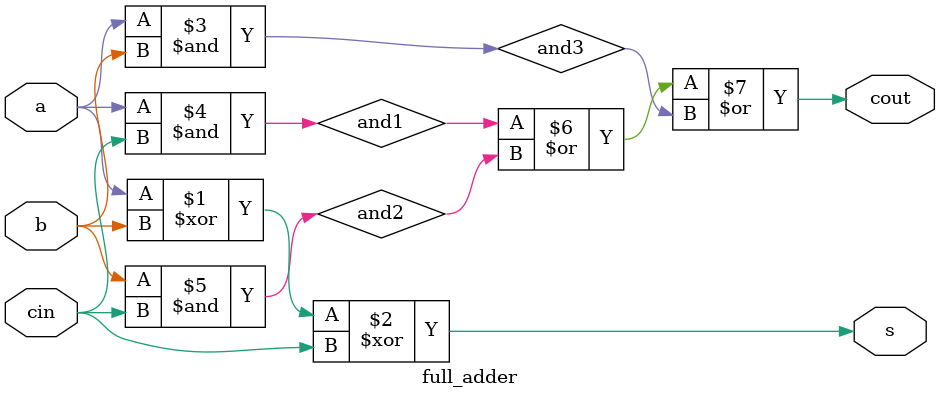
<source format=v>
module full_adder (input a, input b, input cin, output cout, output s);
    wire and1, and2, and3;

    xor(s, a, b, cin);
	
    and(and3, a, b);
    and(and1, a, cin);
    and(and2, b, cin);

    or(cout, and1, and2, and3);
endmodule


</source>
